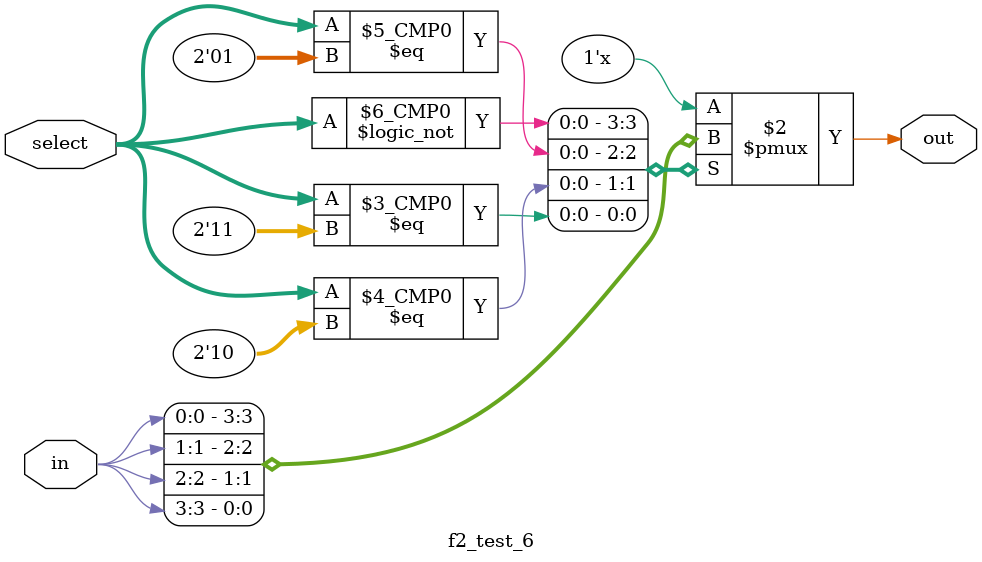
<source format=v>
module f2_test_6(input [3:0] in, input [1:0] select, output reg out);
always @( in or select)
    case (select)
	    0: out = in[0];
	    1: out = in[1];
	    2: out = in[2];
	    3: out = in[3];
	endcase
endmodule
</source>
